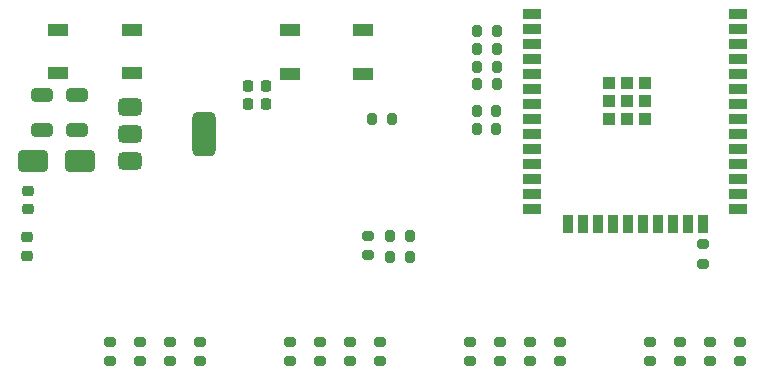
<source format=gtp>
G04 #@! TF.GenerationSoftware,KiCad,Pcbnew,9.0.6*
G04 #@! TF.CreationDate,2026-01-30T17:04:59+01:00*
G04 #@! TF.ProjectId,ESP32_PWM_PCB,45535033-325f-4505-974d-5f5043422e6b,1.0*
G04 #@! TF.SameCoordinates,Original*
G04 #@! TF.FileFunction,Paste,Top*
G04 #@! TF.FilePolarity,Positive*
%FSLAX46Y46*%
G04 Gerber Fmt 4.6, Leading zero omitted, Abs format (unit mm)*
G04 Created by KiCad (PCBNEW 9.0.6) date 2026-01-30 17:04:59*
%MOMM*%
%LPD*%
G01*
G04 APERTURE LIST*
G04 Aperture macros list*
%AMRoundRect*
0 Rectangle with rounded corners*
0 $1 Rounding radius*
0 $2 $3 $4 $5 $6 $7 $8 $9 X,Y pos of 4 corners*
0 Add a 4 corners polygon primitive as box body*
4,1,4,$2,$3,$4,$5,$6,$7,$8,$9,$2,$3,0*
0 Add four circle primitives for the rounded corners*
1,1,$1+$1,$2,$3*
1,1,$1+$1,$4,$5*
1,1,$1+$1,$6,$7*
1,1,$1+$1,$8,$9*
0 Add four rect primitives between the rounded corners*
20,1,$1+$1,$2,$3,$4,$5,0*
20,1,$1+$1,$4,$5,$6,$7,0*
20,1,$1+$1,$6,$7,$8,$9,0*
20,1,$1+$1,$8,$9,$2,$3,0*%
G04 Aperture macros list end*
%ADD10RoundRect,0.200000X0.275000X-0.200000X0.275000X0.200000X-0.275000X0.200000X-0.275000X-0.200000X0*%
%ADD11RoundRect,0.250000X0.650000X-0.325000X0.650000X0.325000X-0.650000X0.325000X-0.650000X-0.325000X0*%
%ADD12RoundRect,0.200000X-0.275000X0.200000X-0.275000X-0.200000X0.275000X-0.200000X0.275000X0.200000X0*%
%ADD13RoundRect,0.225000X-0.225000X-0.250000X0.225000X-0.250000X0.225000X0.250000X-0.225000X0.250000X0*%
%ADD14RoundRect,0.250000X1.000000X0.650000X-1.000000X0.650000X-1.000000X-0.650000X1.000000X-0.650000X0*%
%ADD15RoundRect,0.200000X0.200000X0.275000X-0.200000X0.275000X-0.200000X-0.275000X0.200000X-0.275000X0*%
%ADD16RoundRect,0.375000X-0.625000X-0.375000X0.625000X-0.375000X0.625000X0.375000X-0.625000X0.375000X0*%
%ADD17RoundRect,0.500000X-0.500000X-1.400000X0.500000X-1.400000X0.500000X1.400000X-0.500000X1.400000X0*%
%ADD18RoundRect,0.200000X-0.200000X-0.275000X0.200000X-0.275000X0.200000X0.275000X-0.200000X0.275000X0*%
%ADD19RoundRect,0.225000X0.250000X-0.225000X0.250000X0.225000X-0.250000X0.225000X-0.250000X-0.225000X0*%
%ADD20R,1.800000X1.100000*%
%ADD21R,1.500000X0.900000*%
%ADD22R,0.900000X1.500000*%
%ADD23R,1.050000X1.050000*%
%ADD24RoundRect,0.225000X-0.250000X0.225000X-0.250000X-0.225000X0.250000X-0.225000X0.250000X0.225000X0*%
G04 APERTURE END LIST*
D10*
G04 #@! TO.C,R3*
X172440600Y-107886000D03*
X172440600Y-106236000D03*
G04 #@! TD*
D11*
G04 #@! TO.C,C4*
X119481600Y-96572600D03*
X119481600Y-93622600D03*
G04 #@! TD*
D12*
G04 #@! TO.C,R5*
X122275600Y-114489000D03*
X122275600Y-116139000D03*
G04 #@! TD*
G04 #@! TO.C,R17*
X167995600Y-114489000D03*
X167995600Y-116139000D03*
G04 #@! TD*
D13*
G04 #@! TO.C,C3*
X133972000Y-92837000D03*
X135522000Y-92837000D03*
G04 #@! TD*
D14*
G04 #@! TO.C,D2*
X119754400Y-99200000D03*
X115754400Y-99200000D03*
G04 #@! TD*
D15*
G04 #@! TO.C,R1*
X146125000Y-95600000D03*
X144475000Y-95600000D03*
G04 #@! TD*
D16*
G04 #@! TO.C,U2*
X123925800Y-94575600D03*
X123925800Y-96875600D03*
D17*
X130225800Y-96875600D03*
D16*
X123925800Y-99175600D03*
G04 #@! TD*
D13*
G04 #@! TO.C,C2*
X133972000Y-94335600D03*
X135522000Y-94335600D03*
G04 #@! TD*
D18*
G04 #@! TO.C,R26*
X146000000Y-107300000D03*
X147650000Y-107300000D03*
G04 #@! TD*
D12*
G04 #@! TO.C,R18*
X170535600Y-114489000D03*
X170535600Y-116139000D03*
G04 #@! TD*
G04 #@! TO.C,R14*
X155295600Y-114489000D03*
X155295600Y-116139000D03*
G04 #@! TD*
D19*
G04 #@! TO.C,C7*
X115214400Y-107201000D03*
X115214400Y-105651000D03*
G04 #@! TD*
D20*
G04 #@! TO.C,SW2*
X137515600Y-88091400D03*
X143715600Y-88091400D03*
X137515600Y-91791400D03*
X143715600Y-91791400D03*
G04 #@! TD*
D12*
G04 #@! TO.C,R13*
X152755600Y-114489000D03*
X152755600Y-116139000D03*
G04 #@! TD*
G04 #@! TO.C,R8*
X129895600Y-114489000D03*
X129895600Y-116139000D03*
G04 #@! TD*
G04 #@! TO.C,R19*
X173075600Y-114493000D03*
X173075600Y-116143000D03*
G04 #@! TD*
D11*
G04 #@! TO.C,C5*
X116484400Y-96547200D03*
X116484400Y-93597200D03*
G04 #@! TD*
D18*
G04 #@! TO.C,R2*
X153353000Y-92700000D03*
X155003000Y-92700000D03*
G04 #@! TD*
D12*
G04 #@! TO.C,R12*
X145135600Y-114489000D03*
X145135600Y-116139000D03*
G04 #@! TD*
G04 #@! TO.C,R16*
X160375600Y-114493000D03*
X160375600Y-116143000D03*
G04 #@! TD*
D15*
G04 #@! TO.C,R21*
X155025000Y-88200000D03*
X153375000Y-88200000D03*
G04 #@! TD*
G04 #@! TO.C,R27*
X147650000Y-105500000D03*
X146000000Y-105500000D03*
G04 #@! TD*
D20*
G04 #@! TO.C,SW1*
X124100000Y-91750000D03*
X117900000Y-91750000D03*
X124100000Y-88050000D03*
X117900000Y-88050000D03*
G04 #@! TD*
D12*
G04 #@! TO.C,R9*
X137515600Y-114489000D03*
X137515600Y-116139000D03*
G04 #@! TD*
G04 #@! TO.C,R15*
X157835600Y-114493000D03*
X157835600Y-116143000D03*
G04 #@! TD*
D18*
G04 #@! TO.C,R4*
X153353000Y-91200000D03*
X155003000Y-91200000D03*
G04 #@! TD*
G04 #@! TO.C,R22*
X153375000Y-89700000D03*
X155025000Y-89700000D03*
G04 #@! TD*
D10*
G04 #@! TO.C,R25*
X144100000Y-107150000D03*
X144100000Y-105500000D03*
G04 #@! TD*
D12*
G04 #@! TO.C,R20*
X175615600Y-114489000D03*
X175615600Y-116139000D03*
G04 #@! TD*
D15*
G04 #@! TO.C,R24*
X154990800Y-96443800D03*
X153340800Y-96443800D03*
G04 #@! TD*
D12*
G04 #@! TO.C,R6*
X124815600Y-114491000D03*
X124815600Y-116141000D03*
G04 #@! TD*
D21*
G04 #@! TO.C,U1*
X157975600Y-86726400D03*
X157975600Y-87996400D03*
X157975600Y-89266400D03*
X157975600Y-90536400D03*
X157975600Y-91806400D03*
X157975600Y-93076400D03*
X157975600Y-94346400D03*
X157975600Y-95616400D03*
X157975600Y-96886400D03*
X157975600Y-98156400D03*
X157975600Y-99426400D03*
X157975600Y-100696400D03*
X157975600Y-101966400D03*
X157975600Y-103236400D03*
D22*
X161015600Y-104486400D03*
X162285600Y-104486400D03*
X163555600Y-104486400D03*
X164825600Y-104486400D03*
X166095600Y-104486400D03*
X167365600Y-104486400D03*
X168635600Y-104486400D03*
X169905600Y-104486400D03*
X171175600Y-104486400D03*
X172445600Y-104486400D03*
D21*
X175475600Y-103236400D03*
X175475600Y-101966400D03*
X175475600Y-100696400D03*
X175475600Y-99426400D03*
X175475600Y-98156400D03*
X175475600Y-96886400D03*
X175475600Y-95616400D03*
X175475600Y-94346400D03*
X175475600Y-93076400D03*
X175475600Y-91806400D03*
X175475600Y-90536400D03*
X175475600Y-89266400D03*
X175475600Y-87996400D03*
X175475600Y-86726400D03*
D23*
X164520600Y-92541400D03*
X164520600Y-94066400D03*
X164520600Y-95591400D03*
X166045600Y-92541400D03*
X166045600Y-94066400D03*
X166045600Y-95591400D03*
X167570600Y-92541400D03*
X167570600Y-94066400D03*
X167570600Y-95591400D03*
G04 #@! TD*
D12*
G04 #@! TO.C,R10*
X140055600Y-114489000D03*
X140055600Y-116139000D03*
G04 #@! TD*
D18*
G04 #@! TO.C,R23*
X153340800Y-94945200D03*
X154990800Y-94945200D03*
G04 #@! TD*
D24*
G04 #@! TO.C,C6*
X115341400Y-101725000D03*
X115341400Y-103275000D03*
G04 #@! TD*
D12*
G04 #@! TO.C,R11*
X142595600Y-114489000D03*
X142595600Y-116139000D03*
G04 #@! TD*
G04 #@! TO.C,R7*
X127355600Y-114489000D03*
X127355600Y-116139000D03*
G04 #@! TD*
M02*

</source>
